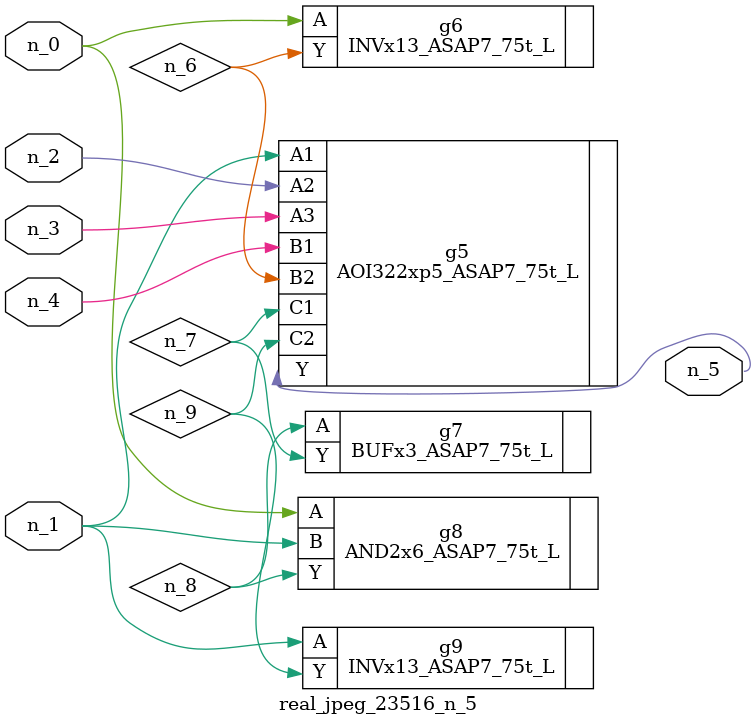
<source format=v>
module real_jpeg_23516_n_5 (n_4, n_0, n_1, n_2, n_3, n_5);

input n_4;
input n_0;
input n_1;
input n_2;
input n_3;

output n_5;

wire n_8;
wire n_6;
wire n_7;
wire n_9;

INVx13_ASAP7_75t_L g6 ( 
.A(n_0),
.Y(n_6)
);

AND2x6_ASAP7_75t_L g8 ( 
.A(n_0),
.B(n_1),
.Y(n_8)
);

AOI322xp5_ASAP7_75t_L g5 ( 
.A1(n_1),
.A2(n_2),
.A3(n_3),
.B1(n_4),
.B2(n_6),
.C1(n_7),
.C2(n_9),
.Y(n_5)
);

INVx13_ASAP7_75t_L g9 ( 
.A(n_1),
.Y(n_9)
);

BUFx3_ASAP7_75t_L g7 ( 
.A(n_8),
.Y(n_7)
);


endmodule
</source>
